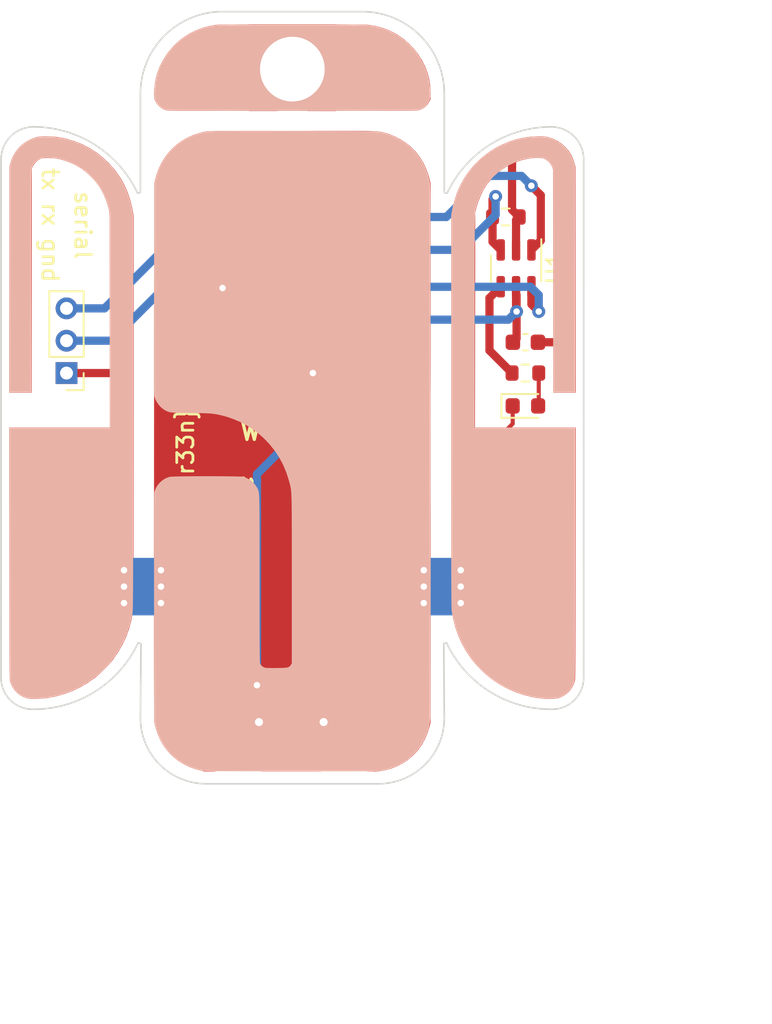
<source format=kicad_pcb>
(kicad_pcb (version 20211014) (generator pcbnew)
  (layers (0 "F.Cu" signal) (31 "B.Cu" signal) (34 "B.Paste" user) (35 "F.Paste" user) (36 "B.SilkS" user "B.Silkscreen") (37 "F.SilkS" user "F.Silkscreen") (38 "B.Mask" user) (39 "F.Mask" user) (44 "Edge.Cuts" user))
  (net 0 "")
  (net 1 "GND")
  (net 2 "Net-(D1-Pad2)")
  (net 3 "/rx")
  (net 4 "/tx")
  (net 5 "VBUS")
  (net 7 "/button_lpout")
  (net 8 "/led")
  (net 9 "/button_lpin")
  (footprint "Logo_Ganesh:35x46_2-furado" (layer "F.Cu") (at 52.324 48.26)
    (fp_text reference "logo_cobre" hide)
    (fp_text value "LOGO" hide)
    (fp_poly (pts (xy 15.37242 -16.164511) (xy 15.49688 -16.161958) (xy 15.59596 -16.156053) (xy 15.680542 -16.145897) (xy 15.761506 -16.130595) (xy 15.833775 -16.113339) (xy 16.142447 -16.011527) (xy 16.427964 -15.869161) (xy 16.688225 -15.687456) (xy 16.887783 -15.503234) (xy 17.074678 -15.286193) (xy 17.224508 -15.061073) (xy 17.343752 -14.816345) (xy 17.438887 -14.540482) (xy 17.449071 -14.504449) (xy 17.511142 -14.28013) (xy 17.517532 -7.293362) (xy 17.523923 -0.306593) (xy 16.15506 -0.306593) (xy 16.15506 -7.129838) (xy 16.154995 -7.876888) (xy 16.154798 -8.577503) (xy 16.154466 -9.232419) (xy 16.153998 -9.842368) (xy 16.153389 -10.408086) (xy 16.152637 -10.930304) (xy 16.15174 -11.409759) (xy 16.150695 -11.847183) (xy 16.149499 -12.24331) (xy 16.14815 -12.598874) (xy 16.146644 -12.91461) (xy 16.14498 -13.191251) (xy 16.143153 -13.429531) (xy 16.141163 -13.630183) (xy 16.139005 -13.793943) (xy 16.136678 -13.921543) (xy 16.134178 -14.013718) (xy 16.131504 -14.071201) (xy 16.129428 -14.091741) (xy 16.070041 -14.292681) (xy 15.972078 -14.468262) (xy 15.837971 -14.615225) (xy 15.67015 -14.730314) (xy 15.64243 -14.744522) (xy 15.561304 -14.781791) (xy 15.490486 -14.805655) (xy 15.413422 -14.819781) (xy 15.313557 -14.827833) (xy 15.253813 -14.830571) (xy 14.903239 -14.822766) (xy 14.541407 -14.773138) (xy 14.174509 -14.683684) (xy 13.808739 -14.556404) (xy 13.450292 -14.393293) (xy 13.10536 -14.19635) (xy 12.93584 -14.082958) (xy 12.810163 -13.985478) (xy 12.666225 -13.859267) (xy 12.513412 -13.713809) (xy 12.361109 -13.558589) (xy 12.218704 -13.40309) (xy 12.095583 -13.256797) (xy 12.022298 -13.159889) (xy 11.828321 -12.852857) (xy 11.655717 -12.511833) (xy 11.508858 -12.146823) (xy 11.392113 -11.767832) (xy 11.363055 -11.650511) (xy 11.310773 -11.426463) (xy 11.303437 -4.793454) (xy 11.296101 1.839554) (xy 17.523624 1.839554) (xy 17.517334 9.62818) (xy 17.516742 10.349203) (xy 17.516162 11.024576) (xy 17.515584 11.655814) (xy 17.515 12.244434) (xy 17.514401 12.791954) (xy 17.513778 13.29989) (xy 17.513122 13.769758) (xy 17.512423 14.203076) (xy 17.511673 14.601361) (xy 17.510862 14.966129) (xy 17.509982 15.298897) (xy 17.509023 15.601182) (xy 17.507977 15.874501) (xy 17.506834 16.12037) (xy 17.505586 16.340307) (xy 17.504223 16.535828) (xy 17.502737 16.70845) (xy 17.501117 16.85969) (xy 17.499356 16.991064) (xy 17.497444 17.10409) (xy 17.495373 17.200284) (xy 17.493132 17.281163) (xy 17.490714 17.348245) (xy 17.488108 17.403044) (xy 17.485307 17.44708) (xy 17.482301 17.481868) (xy 17.47908 17.508925) (xy 17.475637 17.529768) (xy 17.471961 17.545914) (xy 17.470124 17.5524) (xy 17.370149 17.806558) (xy 17.233053 18.033083) (xy 17.06126 18.229367) (xy 16.857196 18.392801) (xy 16.623282 18.520776) (xy 16.538101 18.555478) (xy 16.472247 18.578536) (xy 16.41052 18.595057) (xy 16.342628 18.606291) (xy 16.258278 18.613494) (xy 16.147179 18.617917) (xy 16.001764 18.620772) (xy 15.866247 18.622145) (xy 15.741266 18.62218) (xy 15.637184 18.620964) (xy 15.564364 18.618585) (xy 15.541875 18.61687) (xy 15.359223 18.59519) (xy 15.212316 18.576551) (xy 15.089965 18.559321) (xy 14.980979 18.541867) (xy 14.874169 18.522558) (xy 14.81077 18.510254) (xy 14.30632 18.386738) (xy 13.811401 18.218514) (xy 13.330009 18.007718) (xy 12.866139 17.756483) (xy 12.423785 17.466946) (xy 12.006943 17.141241) (xy 11.670059 16.832005) (xy 11.300099 16.433591) (xy 10.9698 16.009774) (xy 10.679462 15.561141) (xy 10.429383 15.088282) (xy 10.219864 14.591781) (xy 10.051202 14.072228) (xy 9.923698 13.530209) (xy 9.889092 13.336768) (xy 9.885913 13.31616) (xy 9.882896 13.293088) (xy 9.880036 13.266331) (xy 9.877328 13.234669) (xy 9.874769 13.196881) (xy 9.872355 13.151747) (xy 9.870081 13.098048) (xy 9.867943 13.034562) (xy 9.865937 12.960068) (xy 9.864058 12.873348) (xy 9.862304 12.77318) (xy 9.860668 12.658343) (xy 9.859148 12.527618) (xy 9.857739 12.379785) (xy 9.856437 12.213622) (xy 9.855237 12.02791) (xy 9.854135 11.821428) (xy 9.853128 11.592955) (xy 9.852211 11.341272) (xy 9.85138 11.065158) (xy 9.850631 10.763392) (xy 9.849959 10.434755) (xy 9.84936 10.078025) (xy 9.848831 9.691983) (xy 9.848366 9.275408) (xy 9.847963 8.82708) (xy 9.847615 8.345778) (xy 9.847321 7.830282) (xy 9.847074 7.279371) (xy 9.846871 6.691826) (xy 9.846709 6.066426) (xy 9.846581 5.40195) (xy 9.846486 4.697178) (xy 9.846417 3.950891) (xy 9.846372 3.161866) (xy 9.846345 2.328884) (xy 9.846334 1.450726) (xy 9.846332 0.872609) (xy 9.846332 -11.332127) (xy 9.8998 -11.626927) (xy 10.013879 -12.129006) (xy 10.169723 -12.611848) (xy 10.365796 -13.0734) (xy 10.600559 -13.511614) (xy 10.872475 -13.924437) (xy 11.180008 -14.30982) (xy 11.521618 -14.665711) (xy 11.89577 -14.99006) (xy 12.300926 -15.280816) (xy 12.735547 -15.535928) (xy 12.888672 -15.613652) (xy 13.344281 -15.813477) (xy 13.800359 -15.9674) (xy 14.261491 -16.076508) (xy 14.732258 -16.14189) (xy 15.211699 -16.164608)) (layer "F.Cu") (width 0) (fill solid))
    (fp_poly (pts (xy 3.082888 -16.505868) (xy 3.399231 -16.505304) (xy 3.684139 -16.504401) (xy 3.939579 -16.503128) (xy 4.167518 -16.501456) (xy 4.369922 -16.499354) (xy 4.548758 -16.496794) (xy 4.705993 -16.493746) (xy 4.843593 -16.490179) (xy 4.963525 -16.486063) (xy 5.067755 -16.48137) (xy 5.158251 -16.476069) (xy 5.236979 -16.47013) (xy 5.305906 -16.463524) (xy 5.366997 -16.45622) (xy 5.422221 -16.44819) (xy 5.473544 -16.439402) (xy 5.522931 -16.429828) (xy 5.572351 -16.419437) (xy 5.590925 -16.415405) (xy 5.973663 -16.308824) (xy 6.347884 -16.159613) (xy 6.707122 -15.971585) (xy 7.044908 -15.748556) (xy 7.354778 -15.49434) (xy 7.630265 -15.212754) (xy 7.631183 -15.2117) (xy 7.887355 -14.88271) (xy 8.105415 -14.527721) (xy 8.286041 -14.145378) (xy 8.429913 -13.734323) (xy 8.496211 -13.484651) (xy 8.548042 -13.266017) (xy 8.554911 -6.745033) (xy 8.555607 -6.023168) (xy 8.556126 -5.347596) (xy 8.556463 -4.717439) (xy 8.556618 -4.131822) (xy 8.556586 -3.589869) (xy 8.556366 -3.090704) (xy 8.555955 -2.633451) (xy 8.555351 -2.217234) (xy 8.554552 -1.841177) (xy 8.553553 -1.504405) (xy 8.552354 -1.206041) (xy 8.550952 -0.94521) (xy 8.549344 -0.721035) (xy 8.547527 -0.53264) (xy 8.5455 -0.379151) (xy 8.543259 -0.259689) (xy 8.540803 -0.173381) (xy 8.538128 -0.119349) (xy 8.535918 -0.099191) (xy 8.476308 0.089684) (xy 8.379623 0.278325) (xy 8.253877 0.45599) (xy 8.107084 0.61194) (xy 7.947257 0.735433) (xy 7.887192 0.770342) (xy 7.822539 0.804587) (xy 7.765844 0.833525) (xy 7.712602 0.857656) (xy 7.658312 0.877479) (xy 7.59847 0.893493) (xy 7.528573 0.906198) (xy 7.444119 0.916092) (xy 7.340604 0.923675) (xy 7.213526 0.929446) (xy 7.058381 0.933904) (xy 6.870668 0.937548) (xy 6.645882 0.940878) (xy 6.379522 0.944392) (xy 6.308727 0.945321) (xy 6.013854 0.949439) (xy 5.760876 0.953699) (xy 5.544519 0.958513) (xy 5.359512 0.964297) (xy 5.200582 0.971464) (xy 5.062456 0.980426) (xy 4.939861 0.991598) (xy 4.827526 1.005394) (xy 4.720177 1.022227) (xy 4.612541 1.04251) (xy 4.499347 1.066658) (xy 4.375321 1.095084) (xy 4.363045 1.097961) (xy 4.000441 1.198612) (xy 3.627189 1.331073) (xy 3.257197 1.489333) (xy 2.904373 1.667384) (xy 2.582623 1.859215) (xy 2.547075 1.882667) (xy 2.130215 2.188443) (xy 1.745924 2.52691) (xy 1.395846 2.89576) (xy 1.081624 3.292688) (xy 0.804903 3.715387) (xy 0.567326 4.161552) (xy 0.370538 4.628876) (xy 0.216183 5.115054) (xy 0.200691 5.174155) (xy 0.182517 5.243852) (xy 0.16572 5.306927) (xy 0.150245 5.365357) (xy 0.136039 5.421118) (xy 0.123048 5.476187) (xy 0.111218 5.532542) (xy 0.100494 5.592159) (xy 0.090824 5.657015) (xy 0.082152 5.729086) (xy 0.074425 5.810349) (xy 0.067589 5.902781) (xy 0.06159 6.00836) (xy 0.056374 6.129061) (xy 0.051887 6.266861) (xy 0.048075 6.423737) (xy 0.044883 6.601667) (xy 0.042259 6.802626) (xy 0.040148 7.028592) (xy 0.038495 7.281541) (xy 0.037248 7.56345) (xy 0.036352 7.876296) (xy 0.035753 8.222056) (xy 0.035397 8.602706) (xy 0.03523 9.020223) (xy 0.035198 9.476585) (xy 0.035247 9.973767) (xy 0.035324 10.513746) (xy 0.035374 11.0985) (xy 0.035376 11.227718) (xy 0.035376 16.429716) (xy 0.098127 16.524543) (xy 0.133982 16.575537) (xy 0.170439 16.616197) (xy 0.213149 16.647767) (xy 0.267766 16.67149) (xy 0.339944 16.68861) (xy 0.435336 16.700371) (xy 0.559595 16.708015) (xy 0.718374 16.712788) (xy 0.917327 16.715932) (xy 0.971039 16.716575) (xy 1.197942 16.718055) (xy 1.386178 16.716843) (xy 1.533624 16.712993) (xy 1.638153 16.706559) (xy 1.696558 16.697894) (xy 1.799075 16.652432) (xy 1.896154 16.57899) (xy 1.971409 16.491383) (xy 1.996363 16.44509) (xy 2.000035 16.429894) (xy 2.003426 16.401428) (xy 2.006548 16.357977) (xy 2.00941 16.297829) (xy 2.012024 16.219268) (xy 2.014399 16.120582) (xy 2.016546 16.000057) (xy 2.018476 15.85598) (xy 2.0202 15.686635) (xy 2.021727 15.49031) (xy 2.023068 15.265292) (xy 2.024234 15.009865) (xy 2.025236 14.722317) (xy 2.026083 14.400934) (xy 2.026787 14.044002) (xy 2.027358 13.649808) (xy 2.027806 13.216637) (xy 2.028142 12.742776) (xy 2.028376 12.226511) (xy 2.028519 11.666128) (xy 2.028575 11.197275) (xy 2.028578 10.605645) (xy 2.028539 10.059294) (xy 2.028513 9.556331) (xy 2.028552 9.094868) (xy 2.02871 8.673014) (xy 2.02904 8.28888) (xy 2.029596 7.940576) (xy 2.03043 7.626213) (xy 2.031597 7.343901) (xy 2.033149 7.09175) (xy 2.03514 6.867871) (xy 2.037623 6.670375) (xy 2.040652 6.497371) (xy 2.04428 6.34697) (xy 2.048561 6.217282) (xy 2.053547 6.106419) (xy 2.059292 6.012489) (xy 2.065849 5.933604) (xy 2.073273 5.867874) (xy 2.081615 5.81341) (xy 2.09093 5.768321) (xy 2.101271 5.730718) (xy 2.112691 5.698712) (xy 2.125243 5.670413) (xy 2.138982 5.643931) (xy 2.15396 5.617376) (xy 2.17023 5.58886) (xy 2.187847 5.556492) (xy 2.187858 5.55647) (xy 2.313181 5.365903) (xy 2.475067 5.19639) (xy 2.665209 5.054449) (xy 2.875298 4.946599) (xy 3.031781 4.894355) (xy 3.082375 4.887461) (xy 3.17592 4.881217) (xy 3.308204 4.875621) (xy 3.475013 4.870674) (xy 3.672136 4.866375) (xy 3.89536 4.862725) (xy 4.140472 4.859723) (xy 4.40326 4.857368) (xy 4.679512 4.855661) (xy 4.965014 4.854601) (xy 5.255554 4.854188) (xy 5.54692 4.854422) (xy 5.834899 4.855302) (xy 6.115279 4.856829) (xy 6.383846 4.859002) (xy 6.636389 4.86182) (xy 6.868695 4.865284) (xy 7.076552 4.869393) (xy 7.255746 4.874147) (xy 7.402066 4.879546) (xy 7.511298 4.885589) (xy 7.579231 4.892277) (xy 7.591862 4.894624) (xy 7.799871 4.96651) (xy 7.995046 5.077747) (xy 8.170985 5.221828) (xy 8.321287 5.392246) (xy 8.43955 5.582494) (xy 8.519373 5.786064) (xy 8.536061 5.854438) (xy 8.53879 5.884068) (xy 8.541317 5.946136) (xy 8.543644 6.041442) (xy 8.545773 6.17079) (xy 8.547706 6.334979) (xy 8.549444 6.534813) (xy 8.550991 6.771092) (xy 8.552348 7.044619) (xy 8.553518 7.356194) (xy 8.554502 7.706619) (xy 8.555302 8.096696) (xy 8.555922 8.527226) (xy 8.556362 8.999011) (xy 8.556626 9.512853) (xy 8.556714 10.069553) (xy 8.55663 10.669913) (xy 8.556376 11.314734) (xy 8.555952 12.004818) (xy 8.555363 12.740967) (xy 8.555099 13.030176) (xy 8.548443 20.081801) (xy 8.486081 20.329433) (xy 8.362673 20.737153) (xy 8.205098 21.113831) (xy 8.01181 21.462492) (xy 7.781266 21.786161) (xy 7.680684 21.906543) (xy 7.413218 22.179553) (xy 7.114837 22.423101) (xy 6.791189 22.634369) (xy 6.447919 22.810539) (xy 6.090675 22.948793) (xy 5.725104 23.046315) (xy 5.356851 23.100286) (xy 5.276926 23.105984) (xy 5.046982 23.119208) (xy 5.046982 11.320334) (xy 2.311234 11.320334) (xy 2.311234 17.027669) (xy -1.698051 17.027669) (xy -1.698051 11.556174) (xy -5.046983 11.556174) (xy -5.046983 23.112349) (xy -5.206175 23.110419) (xy -5.301811 23.105152) (xy -5.423413 23.092684) (xy -5.550737 23.075258) (xy -5.605716 23.066183) (xy -5.99675 22.973878) (xy -6.372449 22.838613) (xy -6.729366 22.662931) (xy -7.06405 22.449377) (xy -7.373053 22.200495) (xy -7.652927 21.918828) (xy -7.900223 21.60692) (xy -8.111492 21.267315) (xy -8.154214 21.186361) (xy -8.316368 20.823445) (xy -8.434835 20.452714) (xy -8.511851 20.066306) (xy -8.538055 19.836073) (xy -8.539856 19.797223) (xy -8.541567 19.723751) (xy -8.543188 19.615205) (xy -8.544719 19.471135) (xy -8.546161 19.29109) (xy -8.547515 19.07462) (xy -8.54878 18.821274) (xy -8.549957 18.530602) (xy -8.551047 18.202153) (xy -8.55205 17.835477) (xy -8.552967 17.430122) (xy -8.553798 16.985638) (xy -8.554543 16.501576) (xy -8.555203 15.977483) (xy -8.555779 15.41291) (xy -8.556271 14.807405) (xy -8.556679 14.16052) (xy -8.557004 13.471802) (xy -8.557247 12.740801) (xy -8.557407 11.967066) (xy -8.557486 11.150148) (xy -8.557483 10.289595) (xy -8.5574 9.384957) (xy -8.557236 8.435783) (xy -8.556993 7.441623) (xy -8.55667 6.402026) (xy -8.556268 5.316542) (xy -8.555788 4.184719) (xy -8.555323 3.195636) (xy -8.554802 2.141232) (xy -8.554294 1.132955) (xy -8.553795 0.169763) (xy -8.553351 -0.660353) (xy -6.108264 -0.660353) (xy 6.603528 -0.660353) (xy 6.603528 -13.678738) (xy -6.108264 -13.678738) (xy -6.108264 -0.660353) (xy -8.553351 -0.660353) (xy -8.553303 -0.749388) (xy -8.552813 -1.625539) (xy -8.552323 -2.459731) (xy -8.55183 -3.253006) (xy -8.551331 -4.006407) (xy -8.550823 -4.720976) (xy -8.550302 -5.397754) (xy -8.549766 -6.037784) (xy -8.549212 -6.642107) (xy -8.548635 -7.211765) (xy -8.548034 -7.7478) (xy -8.547406 -8.251255) (xy -8.546746 -8.72317) (xy -8.546053 -9.164589) (xy -8.545323 -9.576553) (xy -8.544552 -9.960104) (xy -8.543739 -10.316283) (xy -8.542879 -10.646133) (xy -8.54197 -10.950697) (xy -8.541008 -11.231015) (xy -8.539991 -11.488129) (xy -8.538916 -11.723082) (xy -8.537779 -11.936916) (xy -8.536577 -12.130672) (xy -8.535308 -12.305393) (xy -8.533967 -12.46212) (xy -8.532553 -12.601895) (xy -8.531062 -12.725761) (xy -8.52949 -12.834759) (xy -8.527836 -12.929931) (xy -8.526095 -13.012319) (xy -8.524264 -13.082965) (xy -8.522342 -13.142912) (xy -8.520324 -13.1932) (xy -8.518207 -13.234872) (xy -8.515989 -13.26897) (xy -8.513666 -13.296536) (xy -8.511235 -13.318611) (xy -8.508693 -13.336238) (xy -8.506431 -13.348561) (xy -8.400179 -13.774934) (xy -8.261306 -14.168912) (xy -8.088152 -14.533685) (xy -7.879056 -14.872442) (xy -7.632356 -15.188375) (xy -7.443128 -15.390946) (xy -7.137854 -15.666534) (xy -6.811659 -15.902754) (xy -6.461673 -16.101099) (xy -6.085024 -16.263065) (xy -5.67884 -16.390146) (xy -5.400743 -16.454124) (xy -5.375174 -16.458743) (xy -5.345038 -16.463009) (xy -5.308408 -16.466939) (xy -5.263358 -16.470551) (xy -5.207963 -16.473864) (xy -5.140295 -16.476895) (xy -5.058428 -16.479662) (xy -4.960436 -16.482182) (xy -4.844393 -16.484475) (xy -4.708372 -16.486558) (xy -4.550447 -16.488449) (xy -4.368692 -16.490166) (xy -4.161181 -16.491727) (xy -3.925986 -16.493149) (xy -3.661182 -16.494451) (xy -3.364843 -16.495651) (xy -3.035041 -16.496767) (xy -2.669852 -16.497816) (xy -2.267348 -16.498817) (xy -1.825603 -16.499787) (xy -1.342691 -16.500744) (xy -0.816686 -16.501708) (xy -0.245661 -16.502694) (xy -0.176881 -16.50281) (xy 0.414571 -16.503789) (xy 0.960822 -16.504637) (xy 1.463838 -16.505324) (xy 1.925586 -16.50582) (xy 2.348032 -16.506096) (xy 2.733144 -16.506122)) (layer "F.Cu") (width 0) (fill solid))
    (fp_poly (pts (xy 0.278582 -23.089651) (xy 0.690757 -23.089438) (xy 1.098137 -23.089032) (xy 1.497835 -23.088433) (xy 1.886965 -23.087638) (xy 2.26264 -23.08665) (xy 2.621973 -23.085467) (xy 2.962077 -23.08409) (xy 3.280066 -23.082518) (xy 3.573052 -23.080751) (xy 3.838149 -23.07879) (xy 4.07247 -23.076634) (xy 4.273129 -23.074283) (xy 4.437237 -23.071737) (xy 4.56191 -23.068995) (xy 4.644259 -23.066058) (xy 4.673035 -23.064115) (xy 5.105456 -22.997421) (xy 5.532984 -22.886312) (xy 5.948131 -22.733337) (xy 6.34341 -22.541044) (xy 6.528353 -22.432757) (xy 6.879458 -22.187719) (xy 7.208255 -21.904302) (xy 7.510101 -21.58786) (xy 7.780354 -21.24375) (xy 8.014371 -20.877327) (xy 8.205901 -20.497606) (xy 8.355042 -20.111963) (xy 8.460551 -19.728892) (xy 8.52442 -19.338992) (xy 8.548642 -18.932867) (xy 8.548982 -18.879016) (xy 8.54921 -18.478088) (xy 8.473083 -18.317361) (xy 8.362727 -18.137937) (xy 8.217248 -17.985569) (xy 8.043356 -17.865515) (xy 7.847757 -17.78303) (xy 7.76388 -17.761509) (xy 7.730273 -17.759371) (xy 7.651653 -17.75733) (xy 7.530175 -17.755385) (xy 7.367994 -17.753538) (xy 7.167265 -17.751788) (xy 6.930144 -17.750135) (xy 6.658784 -17.74858) (xy 6.355341 -17.747122) (xy 6.02197 -17.745762) (xy 5.660826 -17.744501) (xy 5.274064 -17.743337) (xy 4.86384 -17.742271) (xy 4.432307 -17.741304) (xy 3.981621 -17.740436) (xy 3.513938 -17.739666) (xy 3.031411 -17.738995) (xy 2.536196 -17.738423) (xy 2.030449 -17.73795) (xy 1.516323 -17.737576) (xy 0.995974 -17.737302) (xy 0.471558 -17.737128) (xy -0.054772 -17.737053) (xy -0.580859 -17.737078) (xy -1.10455 -17.737204) (xy -1.623688 -17.737429) (xy -2.13612 -17.737755) (xy -2.639689 -17.738181) (xy -3.132242 -17.738708) (xy -3.611622 -17.739336) (xy -4.075676 -17.740065) (xy -4.522247 -17.740895) (xy -4.949182 -17.741826) (xy -5.354324 -17.742858) (xy -5.73552 -17.743993) (xy -6.090613 -17.745228) (xy -6.41745 -17.746566) (xy -6.713875 -17.748006) (xy -6.977732 -17.749548) (xy -7.206868 -17.751192) (xy -7.399126 -17.752938) (xy -7.552353 -17.754788) (xy -7.664392 -17.75674) (xy -7.73309 -17.758795) (xy -7.754989 -17.760426) (xy -7.949471 -17.821919) (xy -8.125751 -17.92332) (xy -8.27843 -18.059141) (xy -8.402115 -18.223893) (xy -8.491407 -18.412089) (xy -8.493365 -18.419128) (xy -2.59 -17.74) (xy 2.761005 -17.733328) (xy 2.761005 -23.065229) (xy -2.590464 -23.065101) (xy -2.590794 -17.740008) (xy -8.493365 -18.419128) (xy -8.529152 -18.547804) (xy -8.544196 -18.630827) (xy -8.552758 -18.70809) (xy -8.555083 -18.792083) (xy -8.551415 -18.895297) (xy -8.542001 -19.030222) (xy -8.539286 -19.064135) (xy -8.494311 -19.450976) (xy -8.422916 -19.809354) (xy -8.321639 -20.152007) (xy -8.18702 -20.491673) (xy -8.102666 -20.671402) (xy -7.883105 -21.065046) (xy -7.627982 -21.429052) (xy -7.339737 -21.761722) (xy -7.020809 -22.061358) (xy -6.67364 -22.326263) (xy -6.30067 -22.554737) (xy -5.904338 -22.745084) (xy -5.487084 -22.895605) (xy -5.05135 -23.004602) (xy -4.664672 -23.063728) (xy -4.612667 -23.066792) (xy -4.516382 -23.069664) (xy -4.378702 -23.072344) (xy -4.202515 -23.074832) (xy -3.990708 -23.077129) (xy -3.746166 -23.079232) (xy -3.471779 -23.081144) (xy -3.170431 -23.082863) (xy -2.845009 -23.084389) (xy -2.498402 -23.085723) (xy -2.133494 -23.086864) (xy -1.753174 -23.087812) (xy -1.360328 -23.088566) (xy -0.957842 -23.089127) (xy -0.548604 -23.089495) (xy -0.1355 -23.08967)) (layer "F.Cu") (width 0) (fill solid))
    (fp_poly (pts (xy -14.917265 -16.156932) (xy -14.637726 -16.135925) (xy -14.366027 -16.097954) (xy -14.083322 -16.040693) (xy -13.929846 -16.003569) (xy -13.445168 -15.857) (xy -12.980174 -15.667996) (xy -12.536678 -15.437773) (xy -12.116496 -15.167549) (xy -11.721444 -14.858539) (xy -11.353339 -14.511962) (xy -11.013994 -14.129035) (xy -10.883294 -13.961405) (xy -10.607683 -13.555705) (xy -10.371135 -13.124559) (xy -10.173399 -12.667371) (xy -10.014222 -12.183546) (xy -9.89335 -11.672488) (xy -9.877452 -11.587615) (xy -9.822749 -11.284959) (xy -9.822749 0.849025) (xy -9.822768 1.781649) (xy -9.822826 2.668188) (xy -9.822927 3.509725) (xy -9.823073 4.307342) (xy -9.823266 5.062123) (xy -9.82351 5.77515) (xy -9.823806 6.447506) (xy -9.824159 7.080274) (xy -9.824569 7.674537) (xy -9.825041 8.231377) (xy -9.825577 8.751878) (xy -9.826179 9.237122) (xy -9.82685 9.688192) (xy -9.827592 10.106172) (xy -9.82841 10.492143) (xy -9.829304 10.847189) (xy -9.830278 11.172392) (xy -9.831335 11.468836) (xy -9.832477 11.737604) (xy -9.833707 11.979777) (xy -9.835028 12.196439) (xy -9.836441 12.388673) (xy -9.837951 12.557562) (xy -9.839559 12.704189) (xy -9.841269 12.829636) (xy -9.843083 12.934986) (xy -9.845003 13.021322) (xy -9.847032 13.089727) (xy -9.849174 13.141284) (xy -9.851431 13.177076) (xy -9.853346 13.195264) (xy -9.952046 13.738654) (xy -10.088264 14.255195) (xy -10.263489 14.748479) (xy -10.479212 15.222101) (xy -10.736923 15.679655) (xy -11.03811 16.124734) (xy -11.104796 16.21402) (xy -11.211869 16.345985) (xy -11.347169 16.498699) (xy -11.502039 16.663509) (xy -11.667826 16.831759) (xy -11.835875 16.994794) (xy -11.997531 17.143961) (xy -12.14414 17.270604) (xy -12.22832 17.337543) (xy -12.679229 17.652766) (xy -13.142668 17.923012) (xy -13.621393 18.14945) (xy -14.118159 18.333248) (xy -14.63572 18.475574) (xy -15.140948 18.572174) (xy -15.281809 18.58988) (xy -15.444865 18.603971) (xy -15.620789 18.614266) (xy -15.800252 18.620586) (xy -15.973927 18.622749) (xy -16.132486 18.620575) (xy -16.266602 18.613884) (xy -16.366946 18.602495) (xy -16.396051 18.596454) (xy -16.639749 18.510681) (xy -16.861184 18.384826) (xy -17.057158 18.22195) (xy -17.224473 18.025112) (xy -17.359932 17.797373) (xy -17.443656 17.593686) (xy -17.447708 17.580611) (xy -17.451505 17.565084) (xy -17.455057 17.545587) (xy -17.458375 17.520598) (xy -17.461466 17.4886) (xy -17.464342 17.448071) (xy -17.467011 17.397493) (xy -17.469484 17.335347) (xy -17.471769 17.260112) (xy -17.473876 17.170268) (xy -17.475816 17.064298) (xy -17.477596 16.94068) (xy -17.479228 16.797896) (xy -17.48072 16.634425) (xy -17.482083 16.448749) (xy -17.483325 16.239348) (xy -17.484457 16.004702) (xy -17.485487 15.743291) (xy -17.486426 15.453597) (xy -17.487283 15.134099) (xy -17.488067 14.783279) (xy -17.488789 14.399616) (xy -17.489457 13.981591) (xy -17.490082 13.527684) (xy -17.490673 13.036376) (xy -17.491239 12.506148) (xy -17.49179 11.935479) (xy -17.492336 11.322851) (xy -17.492886 10.666743) (xy -17.49345 9.965637) (xy -17.493697 9.651764) (xy -17.499835 1.839554) (xy -11.273167 1.839554) (xy -11.273627 -4.640158) (xy -11.273666 -5.305887) (xy -11.273705 -5.926163) (xy -11.273771 -6.502698) (xy -11.273891 -7.037208) (xy -11.274094 -7.531406) (xy -11.274407 -7.987007) (xy -11.274857 -8.405724) (xy -11.275473 -8.789273) (xy -11.276282 -9.139366) (xy -11.277311 -9.457718) (xy -11.278588 -9.746043) (xy -11.280142 -10.006056) (xy -11.281999 -10.23947) (xy -11.284187 -10.448) (xy -11.286734 -10.633359) (xy -11.289668 -10.797262) (xy -11.293016 -10.941423) (xy -11.296806 -11.067556) (xy -11.301065 -11.177375) (xy -11.305822 -11.272594) (xy -11.311103 -11.354928) (xy -11.316937 -11.42609) (xy -11.323351 -11.487795) (xy -11.330373 -11.541757) (xy -11.33803 -11.589689) (xy -11.346351 -11.633307) (xy -11.355362 -11.674323) (xy -11.365092 -11.714453) (xy -11.375568 -11.75541) (xy -11.386818 -11.798909) (xy -11.389293 -11.808573) (xy -11.519748 -12.227423) (xy -11.690229 -12.623101) (xy -11.89858 -12.993545) (xy -12.142647 -13.336693) (xy -12.420274 -13.650485) (xy -12.729308 -13.932859) (xy -13.067593 -14.181754) (xy -13.432974 -14.395108) (xy -13.823298 -14.57086) (xy -14.236408 -14.706949) (xy -14.480595 -14.765844) (xy -14.606442 -14.789282) (xy -14.73098 -14.805212) (xy -14.868531 -14.814881) (xy -15.033417 -14.819534) (xy -15.105571 -14.820243) (xy -15.247421 -14.820836) (xy -15.351416 -14.819803) (xy -15.426869 -14.815944) (xy -15.483093 -14.808063) (xy -15.529398 -14.79496) (xy -15.575098 -14.775437) (xy -15.61751 -14.754377) (xy -15.784245 -14.644547) (xy -15.927814 -14.498744) (xy -16.03953 -14.325884) (xy -16.044338 -14.316255) (xy -16.119685 -14.163207) (xy -16.125777 -7.2349) (xy -16.131868 -0.306593) (xy -17.499964 -0.306593) (xy -17.493762 -7.316946) (xy -17.487558 -14.327298) (xy -17.434255 -14.515971) (xy -17.322668 -14.828375) (xy -17.172827 -15.115537) (xy -16.987378 -15.374814) (xy -16.768968 -15.603561) (xy -16.520246 -15.799134) (xy -16.243858 -15.958888) (xy -15.942452 -16.08018) (xy -15.836676 -16.111662) (xy -15.759115 -16.131019) (xy -15.683775 -16.144942) (xy -15.600557 -16.154282) (xy -15.499363 -16.159889) (xy -15.370093 -16.162613) (xy -15.223492 -16.163303)) (layer "F.Cu") (width 0) (fill solid))
  )
  (footprint "MountingHole:MountingHole_4mm" (layer "F.Cu") (at 52.324 27.94)
    (fp_text reference "Hole" hide)
    (fp_text value "MountingHole_4mm")
    (pad "" np_thru_hole circle (at 0 0) (size 4 4) (drill 4) (layers F&B.Cu *.Mask))
  )
  (footprint "LED_SMD:LED_0603_1608Metric" (layer "F.Cu") (at 66.739 48.768)
    (fp_text reference "D1" hide)
    (fp_text value "LED")
    (pad "1" smd roundrect (at -0.7875 0) (size 0.875 0.95) (layers "F.Cu" "F.Paste" "F.Mask") (net 1 "GND"))
    (pad "2" smd roundrect (at 0.7875 0) (size 0.875 0.95) (layers "F.Cu" "F.Paste" "F.Mask") (net 2 "Net-(D1-Pad2)"))
  )
  (footprint "Resistor_SMD:R_0603_1608Metric" (layer "F.Cu") (at 65.532 37.084)
    (fp_text reference "R1" hide)
    (fp_text value "10 k")
    (pad "1" smd roundrect (at -0.825 0) (size 0.8 0.95) (layers "F.Cu" "F.Paste" "F.Mask") (net 3 "/rx"))
    (pad "2" smd roundrect (at 0.825 0) (size 0.8 0.95) (layers "F.Cu" "F.Paste" "F.Mask") (net 1 "GND"))
  )
  (footprint "Resistor_SMD:R_0603_1608Metric" (layer "F.Cu") (at 48.006 39.445 -90)
    (fp_text reference "R4" hide)
    (fp_text value "10 k")
    (pad "1" smd roundrect (at -0.825 0 270) (size 0.8 0.95) (layers "F.Cu" "F.Paste" "F.Mask") (net 9 "/button_lpin"))
    (pad "2" smd roundrect (at 0.825 0 270) (size 0.8 0.95) (layers "F.Cu" "F.Paste" "F.Mask") (net 7 "/button_lpout"))
  )
  (footprint "Custom_Footprints:MicroQTJ_2pads" (layer "F.Cu") (at 52.259 71.12)
    (fp_text reference "J2" hide)
    (fp_text value "USB_B_Micro")
    (pad "" np_thru_hole circle (at 2 -2.8) (size 0.5 0.5) (drill 0.5) (layers F&B.Cu *.Mask))
    (pad "" np_thru_hole circle (at -2 -2.8) (size 0.5 0.5) (drill 0.5) (layers F&B.Cu *.Mask))
    (pad "1" smd rect (at -1.3 -3.475) (size 0.4 1.85) (layers "F.Cu" "F.Paste" "F.Mask") (net 5 "VBUS"))
    (pad "5" smd rect (at 1.3 -3.475) (size 0.4 1.85) (layers "F.Cu" "F.Paste" "F.Mask") (net 1 "GND"))
    (pad "6" smd rect (at 3.2125 -3.01) (size 1.625 0.9) (layers "F.Cu" "F.Paste" "F.Mask"))
    (pad "6" smd rect (at -3.2125 -3.01) (size 1.625 0.9) (layers "F.Cu" "F.Paste" "F.Mask"))
    (pad "6" smd rect (at -3.27 -0.65) (size 1.69 1.3) (layers "F.Cu" "F.Paste" "F.Mask"))
    (pad "6" smd rect (at 3.27 -0.65) (size 1.69 1.3) (layers "F.Cu" "F.Paste" "F.Mask"))
  )
  (footprint "Capacitor_SMD:C_0603_1608Metric" (layer "F.Cu") (at 66.739 44.831)
    (fp_text reference "C1" hide)
    (fp_text value "100 nF")
    (pad "1" smd roundrect (at -0.775 0) (size 0.9 0.95) (layers "F.Cu" "F.Paste" "F.Mask") (net 5 "VBUS"))
    (pad "2" smd roundrect (at 0.775 0) (size 0.9 0.95) (layers "F.Cu" "F.Paste" "F.Mask") (net 1 "GND"))
  )
  (footprint "Custom_Footprints:TS-1187A-B-A-B" (layer "F.Cu") (at 52.324 40.386 90)
    (fp_text reference "SW1" hide)
    (fp_text value "SW_Push")
    (pad "1" smd rect (at -3 -1.875 90) (size 1 0.75) (layers "F.Cu" "F.Paste" "F.Mask") (net 9 "/button_lpin"))
    (pad "1" smd rect (at 3 -1.875 90) (size 1 0.75) (layers "F.Cu" "F.Paste" "F.Mask") (net 9 "/button_lpin"))
    (pad "2" smd rect (at -3 1.875 90) (size 1 0.75) (layers "F.Cu" "F.Paste" "F.Mask") (net 1 "GND"))
    (pad "2" smd rect (at 3 1.875 90) (size 1 0.75) (layers "F.Cu" "F.Paste" "F.Mask") (net 1 "GND"))
  )
  (footprint "Resistor_SMD:R_0603_1608Metric" (layer "F.Cu") (at 66.739 46.736)
    (fp_text reference "R3" hide)
    (fp_text value "300")
    (pad "1" smd roundrect (at -0.825 0) (size 0.8 0.95) (layers "F.Cu" "F.Paste" "F.Mask") (net 8 "/led"))
    (pad "2" smd roundrect (at 0.825 0) (size 0.8 0.95) (layers "F.Cu" "F.Paste" "F.Mask") (net 2 "Net-(D1-Pad2)"))
  )
  (footprint "Resistor_SMD:R_0603_1608Metric" (layer "F.Cu") (at 51.308 46.736 180)
    (fp_text reference "R2" hide)
    (fp_text value "10 k")
    (pad "1" smd roundrect (at -0.825 0 180) (size 0.8 0.95) (layers "F.Cu" "F.Paste" "F.Mask") (net 5 "VBUS"))
    (pad "2" smd roundrect (at 0.825 0 180) (size 0.8 0.95) (layers "F.Cu" "F.Paste" "F.Mask") (net 9 "/button_lpin"))
  )
  (footprint "Custom_Footprints:SOT-23-6_narrow" (layer "F.Cu") (at 66.1615 40.259 -90)
    (fp_text reference "U1" (at 0 -2.4 -90) (layer "F.SilkS"))
    (fp_text value "ATtiny9-TS")
    (pad "1" smd roundrect (at -1.1375 -0.95 270) (size 1.325 0.52) (layers "F.Cu" "F.Paste" "F.Mask") (net 4 "/tx"))
    (pad "2" smd roundrect (at -1.1375 0 270) (size 1.325 0.52) (layers "F.Cu" "F.Paste" "F.Mask") (net 1 "GND"))
    (pad "3" smd roundrect (at -1.1375 0.95 270) (size 1.325 0.52) (layers "F.Cu" "F.Paste" "F.Mask") (net 3 "/rx"))
    (pad "4" smd roundrect (at 1.1375 0.95 270) (size 1.325 0.52) (layers "F.Cu" "F.Paste" "F.Mask") (net 8 "/led"))
    (pad "5" smd roundrect (at 1.1375 0 270) (size 1.325 0.52) (layers "F.Cu" "F.Paste" "F.Mask") (net 5 "VBUS"))
    (pad "6" smd roundrect (at 1.1375 -0.95 270) (size 1.325 0.52) (layers "F.Cu" "F.Paste" "F.Mask") (net 7 "/button_lpout"))
  )
  (footprint "Connector_PinHeader_2.00mm:PinHeader_1x03_P2.00mm_Vertical" (layer "F.Cu") (at 38.354 46.736 180)
    (fp_text reference "J1" hide)
    (fp_text value "Conn_01x03_Male")
    (pad "1" thru_hole rect (at 0 0 180) (size 1.35 1.35) (drill 0.8) (layers *.Cu *.Mask) (net 1 "GND"))
    (pad "2" thru_hole oval (at 0 2 180) (size 1.35 1.35) (drill 0.8) (layers *.Cu *.Mask) (net 3 "/rx"))
    (pad "3" thru_hole oval (at 0 4 180) (size 1.35 1.35) (drill 0.8) (layers *.Cu *.Mask) (net 4 "/tx"))
  )
  (footprint "Capacitor_SMD:C_0603_1608Metric" (layer "F.Cu") (at 48.006 43.509 -90)
    (fp_text reference "C2" hide)
    (fp_text value "1.5 nF")
    (pad "1" smd roundrect (at -0.775 0 270) (size 0.9 0.95) (layers "F.Cu" "F.Paste" "F.Mask") (net 7 "/button_lpout"))
    (pad "2" smd roundrect (at 0.775 0 270) (size 0.9 0.95) (layers "F.Cu" "F.Paste" "F.Mask") (net 1 "GND"))
  )
  (footprint "Logo_Ganesh:35x46_2" (layer "B.Cu") (at 52.324 48.26 180)
    (fp_text reference "Logo_silk" hide)
    (fp_text value "LOGO" hide)
  )
  (gr_arc (start 42.926 29.464) (mid 44.413898 25.871898) (end 48.006 24.384) (layer "Edge.Cuts") (width 0.1))
  (gr_arc (start 42.781954 63.427848) (mid 42.874242 63.440278) (end 42.959954 63.47668) (layer "Edge.Cuts") (width 0.1))
  (gr_line (start 34.305631 65.547194) (end 34.30534 33.528) (layer "Edge.Cuts") (width 0.1))
  (gr_arc (start 68.359954 31.509059) (mid 69.764107 32.113142) (end 70.34266 33.528) (layer "Edge.Cuts") (width 0.1))
  (gr_arc (start 56.642 24.384) (mid 60.234102 25.871898) (end 61.722 29.464) (layer "Edge.Cuts") (width 0.1))
  (gr_line (start 61.722 35.56) (end 61.722 29.464) (layer "Edge.Cuts") (width 0.1))
  (gr_arc (start 68.326 67.527621) (mid 64.500455 66.416161) (end 61.866046 63.427848) (layer "Edge.Cuts") (width 0.1))
  (gr_arc (start 34.30534 33.528) (mid 34.883902 32.11315) (end 36.288046 31.509059) (layer "Edge.Cuts") (width 0.1))
  (gr_arc (start 36.288046 31.509059) (mid 40.11359 32.620519) (end 42.748 35.608832) (layer "Edge.Cuts") (width 0.1))
  (gr_arc (start 42.926 35.56) (mid 42.840288 35.596403) (end 42.748 35.608832) (layer "Edge.Cuts") (width 0.1))
  (gr_arc (start 61.9 35.608832) (mid 61.807712 35.596402) (end 61.722 35.56) (layer "Edge.Cuts") (width 0.1))
  (gr_arc (start 61.722 68.072) (mid 60.531682 70.945682) (end 57.658 72.136) (layer "Edge.Cuts") (width 0.1))
  (gr_arc (start 36.322 67.527621) (mid 34.888431 66.970522) (end 34.305631 65.547194) (layer "Edge.Cuts") (width 0.1))
  (gr_arc (start 61.9 35.608832) (mid 64.53441 32.620519) (end 68.359954 31.509059) (layer "Edge.Cuts") (width 0.1))
  (gr_line (start 70.34266 33.528) (end 70.342369 65.547194) (layer "Edge.Cuts") (width 0.1))
  (gr_arc (start 42.781954 63.427848) (mid 40.147544 66.416161) (end 36.322 67.527621) (layer "Edge.Cuts") (width 0.1))
  (gr_line (start 46.99 72.136) (end 57.658 72.136) (layer "Edge.Cuts") (width 0.1))
  (gr_line (start 42.959954 63.47668) (end 42.926 68.072) (layer "Edge.Cuts") (width 0.1))
  (gr_arc (start 70.342369 65.547194) (mid 69.759557 66.970478) (end 68.326 67.527621) (layer "Edge.Cuts") (width 0.1))
  (gr_arc (start 61.688046 63.47668) (mid 61.773756 63.440266) (end 61.866046 63.427848) (layer "Edge.Cuts") (width 0.1))
  (gr_line (start 42.926 29.464) (end 42.926 35.56) (layer "Edge.Cuts") (width 0.1))
  (gr_line (start 48.006 24.384) (end 56.642 24.384) (layer "Edge.Cuts") (width 0.1))
  (gr_arc (start 46.99 72.136) (mid 44.116318 70.945682) (end 42.926 68.072) (layer "Edge.Cuts") (width 0.1))
  (gr_line (start 61.722 68.072) (end 61.688046 63.47668) (layer "Edge.Cuts") (width 0.1))
  (gr_text "Web" (at 50.8 50.292) (layer "F.SilkS") (effects (font (size 1.2 1.2) (thickness 0.2))))
  (gr_text "Hardware" (at 49.276 57.15 90) (layer "F.SilkS") (effects (font (size 1.2 1.2) (thickness 0.2))))
  (gr_text "Pwning" (at 65.786 52.324) (layer "F.SilkS") (effects (font (size 1.2 1.2) (thickness 0.2))))
  (gr_text "tx rx gnd" (at 37.338 37.592 270) (layer "F.SilkS") (effects (font (size 1 1) (thickness 0.16))))
  (gr_text "Criptografia" (at 57.912 61.214 270) (layer "F.SilkS") (effects (font (size 1.2 1.2) (thickness 0.2))))
  (gr_text "Ganesh{s3i_LEr_5ilKsCr33n}" (at 45.72 59.436 90) (layer "F.SilkS") (effects (font (size 1 1) (thickness 0.17))))
  (gr_text "Pentest" (at 38.1 60.96 315) (layer "F.SilkS") (effects (font (size 1.2 1.2) (thickness 0.2))))
  (gr_text "Ganesh" (at 51.816 34.036) (layer "F.SilkS") (effects (font (size 2 2) (thickness 0.33))))
  (gr_text "by alexsantee" (at 59.69 46.99 90) (layer "F.SilkS") (effects (font (size 1 1) (thickness 0.16)) (justify left)))
  (gr_text "serial" (at 39.37 37.592 270) (layer "F.SilkS") (effects (font (size 1 1) (thickness 0.16))))
  (gr_text "CTF" (at 66.294 63.5) (layer "F.SilkS") (effects (font (size 1.2 1.2) (thickness 0.2))))
  (gr_text "Reversa" (at 66.04 58.166 315) (layer "F.SilkS") (effects (font (size 1.2 1.2) (thickness 0.2))))
  (gr_text "Redes" (at 38.1 54.102 45) (layer "F.SilkS") (effects (font (size 1.2 1.2) (thickness 0.2))))
  (segment (start 66.357 37.084) (end 65.913 36.64) (width 0.508) (layer "F.Cu") (net 1))
  (segment (start 65.9515 49.8725) (end 65.024 50.8) (width 0.254) (layer "F.Cu") (net 1))
  (segment (start 67.514 44.831) (end 69.088 44.831) (width 0.508) (layer "F.Cu") (net 1))
  (segment (start 66.1615 39.1215) (end 66.1615 37.2795) (width 0.508) (layer "F.Cu") (net 1))
  (segment (start 38.354 46.736) (end 41.656 46.736) (width 0.508) (layer "F.Cu") (net 1))
  (segment (start 66.1615 37.2795) (end 66.357 37.084) (width 0.508) (layer "F.Cu") (net 1))
  (segment (start 53.594 65.913) (end 53.586298 65.920702) (width 0.508) (layer "F.Cu") (net 1))
  (segment (start 65.913 36.64) (end 65.913 33.147) (width 0.508) (layer "F.Cu") (net 1))
  (segment (start 53.586298 65.920702) (end 53.586298 67.637298) (width 0.508) (layer "F.Cu") (net 1))
  (segment (start 65.9515 48.768) (end 65.9515 49.8725) (width 0.254) (layer "F.Cu") (net 1))
  (via (at 62.738 58.928) (size 0.8) (drill 0.4) (layers "F.Cu" "B.Cu") (net 1))
  (via (at 60.452 60.96) (size 0.8) (drill 0.4) (layers "F.Cu" "B.Cu") (net 1))
  (via (at 44.196 58.928) (size 0.8) (drill 0.4) (layers "F.Cu" "B.Cu") (net 1))
  (via (at 60.452 59.944) (size 0.8) (drill 0.4) (layers "F.Cu" "B.Cu") (net 1))
  (via (at 41.91 60.96) (size 0.8) (drill 0.4) (layers "F.Cu" "B.Cu") (net 1))
  (via (at 62.738 60.96) (size 0.8) (drill 0.4) (layers "F.Cu" "B.Cu") (net 1))
  (via (at 44.196 59.944) (size 0.8) (drill 0.4) (layers "F.Cu" "B.Cu") (net 1))
  (via (at 41.91 59.944) (size 0.8) (drill 0.4) (layers "F.Cu" "B.Cu") (net 1))
  (via (at 41.91 58.928) (size 0.8) (drill 0.4) (layers "F.Cu" "B.Cu") (net 1))
  (via (at 62.738 59.944) (size 0.8) (drill 0.4) (layers "F.Cu" "B.Cu") (net 1))
  (via (at 60.452 58.928) (size 0.8) (drill 0.4) (layers "F.Cu" "B.Cu") (net 1))
  (via (at 44.196 60.96) (size 0.8) (drill 0.4) (layers "F.Cu" "B.Cu") (net 1))
  (segment (start 67.564 48.7305) (end 67.5265 48.768) (width 0.254) (layer "F.Cu") (net 2))
  (segment (start 67.564 46.736) (end 67.564 48.7305) (width 0.254) (layer "F.Cu") (net 2))
  (segment (start 64.707 37.084) (end 64.707 36.004) (width 0.508) (layer "F.Cu") (net 3))
  (segment (start 64.707 36.004) (end 64.897 35.814) (width 0.508) (layer "F.Cu") (net 3))
  (segment (start 64.707 38.617) (end 65.2115 39.1215) (width 0.508) (layer "F.Cu") (net 3))
  (segment (start 64.707 37.084) (end 64.707 38.617) (width 0.508) (layer "F.Cu") (net 3))
  (via (at 64.897 35.814) (size 0.8) (drill 0.4) (layers "F.Cu" "B.Cu") (net 3))
  (segment (start 62.738 39.116) (end 46.736 39.116) (width 0.508) (layer "B.Cu") (net 3))
  (segment (start 46.736 39.116) (end 41.116 44.736) (width 0.508) (layer "B.Cu") (net 3))
  (segment (start 64.897 36.957) (end 62.738 39.116) (width 0.508) (layer "B.Cu") (net 3))
  (segment (start 64.897 35.814) (end 64.897 36.957) (width 0.508) (layer "B.Cu") (net 3))
  (segment (start 41.116 44.736) (end 38.354 44.736) (width 0.508) (layer "B.Cu") (net 3))
  (segment (start 67.1115 39.1215) (end 67.691 38.542) (width 0.508) (layer "F.Cu") (net 4))
  (segment (start 67.691 38.542) (end 67.691 35.7378) (width 0.508) (layer "F.Cu") (net 4))
  (segment (start 67.691 35.7378) (end 67.1068 35.1536) (width 0.508) (layer "F.Cu") (net 4))
  (via (at 67.1068 35.1536) (size 0.8) (drill 0.4) (layers "F.Cu" "B.Cu") (net 4))
  (segment (start 66.4972 34.544) (end 67.1068 35.1536) (width 0.508) (layer "B.Cu") (net 4))
  (segment (start 61.849 37.084) (end 64.389 34.544) (width 0.508) (layer "B.Cu") (net 4))
  (segment (start 38.354 42.736) (end 40.703 42.736) (width 0.508) (layer "B.Cu") (net 4))
  (segment (start 64.389 34.544) (end 66.4972 34.544) (width 0.508) (layer "B.Cu") (net 4))
  (segment (start 46.355 37.084) (end 61.849 37.084) (width 0.508) (layer "B.Cu") (net 4))
  (segment (start 40.703 42.736) (end 46.355 37.084) (width 0.508) (layer "B.Cu") (net 4))
  (segment (start 52.133 46.736) (end 53.594 46.736) (width 0.254) (layer "F.Cu") (net 5))
  (segment (start 50.955 66.860502) (end 50.955 67.645) (width 0.508) (layer "F.Cu") (net 5))
  (segment (start 66.1924 42.9315) (end 66.1615 42.9006) (width 0.508) (layer "F.Cu") (net 5))
  (segment (start 50.134498 66.04) (end 50.955 66.860502) (width 0.508) (layer "F.Cu") (net 5))
  (segment (start 66.1924 44.6026) (end 65.964 44.831) (width 0.508) (layer "F.Cu") (net 5))
  (segment (start 66.1615 42.9006) (end 66.1615 41.3965) (width 0.508) (layer "F.Cu") (net 5))
  (segment (start 66.1924 41.91) (end 66.1924 44.6026) (width 0.508) (layer "F.Cu") (net 5))
  (via (at 66.1924 42.9315) (size 0.8) (drill 0.4) (layers "F.Cu" "B.Cu") (net 5))
  (via (at 53.594 46.736) (size 0.8) (drill 0.4) (layers "F.Cu" "B.Cu") (net 5))
  (via (at 50.134498 66.04) (size 0.8) (drill 0.4) (layers "F.Cu" "B.Cu") (net 5))
  (segment (start 59.69 43.434) (end 65.6899 43.434) (width 0.508) (layer "B.Cu") (net 5))
  (segment (start 50.134498 66.04) (end 50.134498 52.989502) (width 0.508) (layer "B.Cu") (net 5))
  (segment (start 53.594 49.53) (end 53.594 46.736) (width 0.508) (layer "B.Cu") (net 5))
  (segment (start 65.6899 43.434) (end 66.1924 42.9315) (width 0.508) (layer "B.Cu") (net 5))
  (segment (start 50.134498 52.989502) (end 59.69 43.434) (width 0.508) (layer "B.Cu") (net 5))
  (segment (start 67.564 42.9315) (end 67.1115 42.479) (width 0.508) (layer "F.Cu") (net 7))
  (segment (start 48.006 40.27) (end 48.006 42.734) (width 0.254) (layer "F.Cu") (net 7))
  (segment (start 67.1115 42.479) (end 67.1115 41.3965) (width 0.508) (layer "F.Cu") (net 7))
  (via (at 48.006 41.477) (size 0.8) (drill 0.4) (layers "F.Cu" "B.Cu") (net 7))
  (via (at 67.564 42.9315) (size 0.8) (drill 0.4) (layers "F.Cu" "B.Cu") (net 7))
  (segment (start 48.081 41.402) (end 48.006 41.477) (width 0.508) (layer "B.Cu") (net 7))
  (segment (start 67.056 41.402) (end 48.081 41.402) (width 0.508) (layer "B.Cu") (net 7))
  (segment (start 67.564 42.9315) (end 67.564 41.91) (width 0.508) (layer "B.Cu") (net 7))
  (segment (start 67.564 41.91) (end 67.056 41.402) (width 0.508) (layer "B.Cu") (net 7))
  (segment (start 65.2115 41.3965) (end 64.516 42.092) (width 0.508) (layer "F.Cu") (net 8))
  (segment (start 64.516 42.092) (end 64.516 45.338) (width 0.508) (layer "F.Cu") (net 8))
  (segment (start 65.723 46.545) (end 65.914 46.736) (width 0.254) (layer "F.Cu") (net 8))
  (segment (start 64.516 45.338) (end 65.914 46.736) (width 0.508) (layer "F.Cu") (net 8))
  (segment (start 48.006 38.62) (end 49.24 37.386) (width 0.254) (layer "F.Cu") (net 9))
  (segment (start 50.449 46.702) (end 50.483 46.736) (width 0.254) (layer "F.Cu") (net 9))
  (segment (start 50.449 43.386) (end 50.449 46.702) (width 0.254) (layer "F.Cu") (net 9))
  (segment (start 50.449 37.386) (end 50.449 43.386) (width 0.254) (layer "F.Cu") (net 9))
  (segment (start 49.24 37.386) (end 50.449 37.386) (width 0.254) (layer "F.Cu") (net 9))
  (zone (net 1) (net_name "GND") (layer "F.Cu") (connect_pads (clearance 0.508)) (min_thickness 0.254) (fill yes (thermal_gap 0.508) (thermal_bridge_width 0.508) (island_removal_mode 1) (island_area_min 0))
    (polygon (pts (xy 59.182 48.006) (xy 45.974 48.006) (xy 45.974 34.29) (xy 59.182 34.29)))
  )
  (zone (net 1) (net_name "GND") (layer "F.Cu") (connect_pads (clearance 0.508)) (min_thickness 0.254) (fill yes (thermal_gap 0.508) (thermal_bridge_width 0.508) (island_removal_mode 1) (island_area_min 0))
    (polygon (pts (xy 51.054 65.278) (xy 54.61 65.278) (xy 54.61 59.436) (xy 57.658 59.436) (xy 57.658 71.374) (xy 46.736 71.374) (xy 46.736 59.436) (xy 51.054 59.436)))
  )
  (zone (net 1) (net_name "GND") (layer "F.Cu") (connect_pads (clearance 0.508)) (min_thickness 0.254) (fill yes (thermal_gap 0.508) (thermal_bridge_width 0.508) (island_removal_mode 1) (island_area_min 0))
    (polygon (pts (xy 55.118 30.5308) (xy 49.53 30.5308) (xy 49.53 25.1714) (xy 55.118 25.1714)))
  )
  (zone (net 1) (net_name "GND") (layer "B.Cu") (connect_pads yes (clearance 0.508)) (min_thickness 0.254) (fill yes (thermal_gap 0.508) (thermal_bridge_width 0.508) (island_removal_mode 1) (island_area_min 0))
    (polygon (pts (xy 44.958 61.722) (xy 41.148 61.722) (xy 41.148 58.166) (xy 44.958 58.166)))
  )
  (zone (net 1) (net_name "GND") (layer "B.Cu") (connect_pads yes (clearance 0.508)) (min_thickness 0.254) (fill yes (thermal_gap 0.508) (thermal_bridge_width 0.508) (island_removal_mode 1) (island_area_min 0))
    (polygon (pts (xy 63.5 61.722) (xy 59.69 61.722) (xy 59.69 58.166) (xy 63.5 58.166)))
  )
)
</source>
